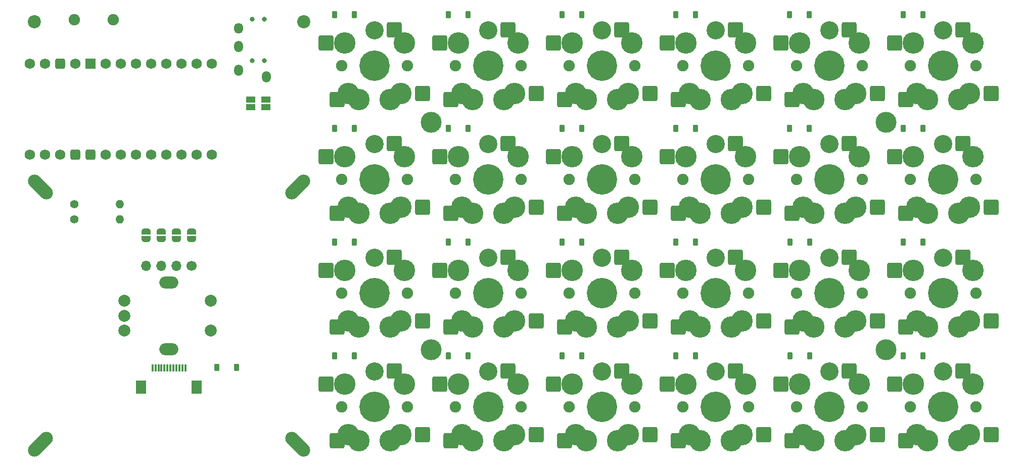
<source format=gbr>
%TF.GenerationSoftware,KiCad,Pcbnew,7.0.5*%
%TF.CreationDate,2024-08-02T10:00:01+08:00*%
%TF.ProjectId,TPS,5450532e-6b69-4636-9164-5f7063625858,rev?*%
%TF.SameCoordinates,Original*%
%TF.FileFunction,Soldermask,Top*%
%TF.FilePolarity,Negative*%
%FSLAX46Y46*%
G04 Gerber Fmt 4.6, Leading zero omitted, Abs format (unit mm)*
G04 Created by KiCad (PCBNEW 7.0.5) date 2024-08-02 10:00:01*
%MOMM*%
%LPD*%
G01*
G04 APERTURE LIST*
G04 Aperture macros list*
%AMRoundRect*
0 Rectangle with rounded corners*
0 $1 Rounding radius*
0 $2 $3 $4 $5 $6 $7 $8 $9 X,Y pos of 4 corners*
0 Add a 4 corners polygon primitive as box body*
4,1,4,$2,$3,$4,$5,$6,$7,$8,$9,$2,$3,0*
0 Add four circle primitives for the rounded corners*
1,1,$1+$1,$2,$3*
1,1,$1+$1,$4,$5*
1,1,$1+$1,$6,$7*
1,1,$1+$1,$8,$9*
0 Add four rect primitives between the rounded corners*
20,1,$1+$1,$2,$3,$4,$5,0*
20,1,$1+$1,$4,$5,$6,$7,0*
20,1,$1+$1,$6,$7,$8,$9,0*
20,1,$1+$1,$8,$9,$2,$3,0*%
%AMHorizOval*
0 Thick line with rounded ends*
0 $1 width*
0 $2 $3 position (X,Y) of the first rounded end (center of the circle)*
0 $4 $5 position (X,Y) of the second rounded end (center of the circle)*
0 Add line between two ends*
20,1,$1,$2,$3,$4,$5,0*
0 Add two circle primitives to create the rounded ends*
1,1,$1,$2,$3*
1,1,$1,$4,$5*%
%AMOutline4P*
0 Free polygon, 4 corners , with rotation*
0 The origin of the aperture is its center*
0 number of corners: always 4*
0 $1 to $8 corner X, Y*
0 $9 Rotation angle, in degrees counterclockwise*
0 create outline with 4 corners*
4,1,4,$1,$2,$3,$4,$5,$6,$7,$8,$1,$2,$9*%
%AMFreePoly0*
4,1,19,0.500000,-0.750000,0.000000,-0.750000,0.000000,-0.744911,-0.071157,-0.744911,-0.207708,-0.704816,-0.327430,-0.627875,-0.420627,-0.520320,-0.479746,-0.390866,-0.500000,-0.250000,-0.500000,0.250000,-0.479746,0.390866,-0.420627,0.520320,-0.327430,0.627875,-0.207708,0.704816,-0.071157,0.744911,0.000000,0.744911,0.000000,0.750000,0.500000,0.750000,0.500000,-0.750000,0.500000,-0.750000,
$1*%
%AMFreePoly1*
4,1,19,0.000000,0.744911,0.071157,0.744911,0.207708,0.704816,0.327430,0.627875,0.420627,0.520320,0.479746,0.390866,0.500000,0.250000,0.500000,-0.250000,0.479746,-0.390866,0.420627,-0.520320,0.327430,-0.627875,0.207708,-0.704816,0.071157,-0.744911,0.000000,-0.744911,0.000000,-0.750000,-0.500000,-0.750000,-0.500000,0.750000,0.000000,0.750000,0.000000,0.744911,0.000000,0.744911,
$1*%
G04 Aperture macros list end*
%ADD10C,1.900000*%
%ADD11C,3.050000*%
%ADD12C,5.100000*%
%ADD13C,3.600000*%
%ADD14RoundRect,0.250000X-1.000000X-1.000000X1.000000X-1.000000X1.000000X1.000000X-1.000000X1.000000X0*%
%ADD15C,3.500000*%
%ADD16RoundRect,0.225000X0.225000X0.375000X-0.225000X0.375000X-0.225000X-0.375000X0.225000X-0.375000X0*%
%ADD17HorizOval,2.200000X0.989949X0.989949X-0.989949X-0.989949X0*%
%ADD18C,2.200000*%
%ADD19C,0.800000*%
%ADD20O,1.500000X1.900000*%
%ADD21O,1.500000X1.800000*%
%ADD22FreePoly0,90.000000*%
%ADD23FreePoly1,90.000000*%
%ADD24O,3.200000X2.000000*%
%ADD25C,2.000000*%
%ADD26C,1.400000*%
%ADD27O,1.400000X1.400000*%
%ADD28HorizOval,2.200000X-0.989949X-0.989949X0.989949X0.989949X0*%
%ADD29R,1.500000X1.000000*%
%ADD30HorizOval,2.200000X-0.989949X0.989949X0.989949X-0.989949X0*%
%ADD31C,1.700000*%
%ADD32O,1.700000X1.700000*%
%ADD33R,1.800000X2.200000*%
%ADD34R,0.300000X1.300000*%
%ADD35C,1.752600*%
%ADD36RoundRect,0.438150X0.438150X0.438150X-0.438150X0.438150X-0.438150X-0.438150X0.438150X-0.438150X0*%
%ADD37Outline4P,-0.876300X-0.876300X0.876300X-0.876300X0.876300X0.876300X-0.876300X0.876300X180.000000*%
G04 APERTURE END LIST*
D10*
%TO.C,SW16*%
X149300000Y-95675000D03*
D11*
X154800000Y-89775000D03*
D12*
X154800000Y-95675000D03*
D10*
X160300000Y-95675000D03*
D13*
X157400000Y-101425000D03*
D14*
X158100000Y-89675000D03*
D13*
X159200000Y-100375000D03*
X159800000Y-91875000D03*
D14*
X162840000Y-100375000D03*
X146700000Y-91875000D03*
X148525000Y-101425000D03*
D13*
X149800000Y-91875000D03*
X150400000Y-100375000D03*
X152200000Y-101425000D03*
%TD*%
D10*
%TO.C,SW3*%
X92150000Y-76625000D03*
D11*
X97650000Y-70725000D03*
D12*
X97650000Y-76625000D03*
D10*
X103150000Y-76625000D03*
D13*
X100250000Y-82375000D03*
D14*
X100950000Y-70625000D03*
D13*
X102050000Y-81325000D03*
X102650000Y-72825000D03*
D14*
X105690000Y-81325000D03*
X89550000Y-72825000D03*
X91375000Y-82375000D03*
D13*
X92650000Y-72825000D03*
X93250000Y-81325000D03*
X95050000Y-82375000D03*
%TD*%
D10*
%TO.C,SW4*%
X92150000Y-95675000D03*
D11*
X97650000Y-89775000D03*
D12*
X97650000Y-95675000D03*
D10*
X103150000Y-95675000D03*
D13*
X100250000Y-101425000D03*
D14*
X100950000Y-89675000D03*
D13*
X102050000Y-100375000D03*
X102650000Y-91875000D03*
D14*
X105690000Y-100375000D03*
X89550000Y-91875000D03*
X91375000Y-101425000D03*
D13*
X92650000Y-91875000D03*
X93250000Y-100375000D03*
X95050000Y-101425000D03*
%TD*%
D10*
%TO.C,SW1*%
X92150000Y-38525000D03*
D11*
X97650000Y-32625000D03*
D12*
X97650000Y-38525000D03*
D10*
X103150000Y-38525000D03*
D13*
X100250000Y-44275000D03*
D14*
X100950000Y-32525000D03*
D13*
X102050000Y-43225000D03*
X102650000Y-34725000D03*
D14*
X105690000Y-43225000D03*
X89550000Y-34725000D03*
X91375000Y-44275000D03*
D13*
X92650000Y-34725000D03*
X93250000Y-43225000D03*
X95050000Y-44275000D03*
%TD*%
D10*
%TO.C,SW7*%
X111200000Y-76625000D03*
D11*
X116700000Y-70725000D03*
D12*
X116700000Y-76625000D03*
D10*
X122200000Y-76625000D03*
D13*
X119300000Y-82375000D03*
D14*
X120000000Y-70625000D03*
D13*
X121100000Y-81325000D03*
X121700000Y-72825000D03*
D14*
X124740000Y-81325000D03*
X108600000Y-72825000D03*
X110425000Y-82375000D03*
D13*
X111700000Y-72825000D03*
X112300000Y-81325000D03*
X114100000Y-82375000D03*
%TD*%
D10*
%TO.C,SW9*%
X130250000Y-38525000D03*
D11*
X135750000Y-32625000D03*
D12*
X135750000Y-38525000D03*
D10*
X141250000Y-38525000D03*
D13*
X138350000Y-44275000D03*
D14*
X139050000Y-32525000D03*
D13*
X140150000Y-43225000D03*
X140750000Y-34725000D03*
D14*
X143790000Y-43225000D03*
X127650000Y-34725000D03*
X129475000Y-44275000D03*
D13*
X130750000Y-34725000D03*
X131350000Y-43225000D03*
X133150000Y-44275000D03*
%TD*%
D10*
%TO.C,SW17*%
X168350000Y-38525000D03*
D11*
X173850000Y-32625000D03*
D12*
X173850000Y-38525000D03*
D10*
X179350000Y-38525000D03*
D13*
X176450000Y-44275000D03*
D14*
X177150000Y-32525000D03*
D13*
X178250000Y-43225000D03*
X178850000Y-34725000D03*
D14*
X181890000Y-43225000D03*
X165750000Y-34725000D03*
X167575000Y-44275000D03*
D13*
X168850000Y-34725000D03*
X169450000Y-43225000D03*
X171250000Y-44275000D03*
%TD*%
D10*
%TO.C,SW22*%
X187400000Y-57575000D03*
D11*
X192900000Y-51675000D03*
D12*
X192900000Y-57575000D03*
D10*
X198400000Y-57575000D03*
D13*
X195500000Y-63325000D03*
D14*
X196200000Y-51575000D03*
D13*
X197300000Y-62275000D03*
X197900000Y-53775000D03*
D14*
X200940000Y-62275000D03*
X184800000Y-53775000D03*
X186625000Y-63325000D03*
D13*
X187900000Y-53775000D03*
X188500000Y-62275000D03*
X190300000Y-63325000D03*
%TD*%
D10*
%TO.C,SW21*%
X187400000Y-38525000D03*
D11*
X192900000Y-32625000D03*
D12*
X192900000Y-38525000D03*
D10*
X198400000Y-38525000D03*
D13*
X195500000Y-44275000D03*
D14*
X196200000Y-32525000D03*
D13*
X197300000Y-43225000D03*
X197900000Y-34725000D03*
D14*
X200940000Y-43225000D03*
X184800000Y-34725000D03*
X186625000Y-44275000D03*
D13*
X187900000Y-34725000D03*
X188500000Y-43225000D03*
X190300000Y-44275000D03*
%TD*%
D10*
%TO.C,SW23*%
X187400000Y-76625000D03*
D11*
X192900000Y-70725000D03*
D12*
X192900000Y-76625000D03*
D10*
X198400000Y-76625000D03*
D13*
X195500000Y-82375000D03*
D14*
X196200000Y-70625000D03*
D13*
X197300000Y-81325000D03*
X197900000Y-72825000D03*
D14*
X200940000Y-81325000D03*
X184800000Y-72825000D03*
X186625000Y-82375000D03*
D13*
X187900000Y-72825000D03*
X188500000Y-81325000D03*
X190300000Y-82375000D03*
%TD*%
D10*
%TO.C,SW18*%
X168350000Y-57575000D03*
D11*
X173850000Y-51675000D03*
D12*
X173850000Y-57575000D03*
D10*
X179350000Y-57575000D03*
D13*
X176450000Y-63325000D03*
D14*
X177150000Y-51575000D03*
D13*
X178250000Y-62275000D03*
X178850000Y-53775000D03*
D14*
X181890000Y-62275000D03*
X165750000Y-53775000D03*
X167575000Y-63325000D03*
D13*
X168850000Y-53775000D03*
X169450000Y-62275000D03*
X171250000Y-63325000D03*
%TD*%
D10*
%TO.C,SW13*%
X149300000Y-38525000D03*
D11*
X154800000Y-32625000D03*
D12*
X154800000Y-38525000D03*
D10*
X160300000Y-38525000D03*
D13*
X157400000Y-44275000D03*
D14*
X158100000Y-32525000D03*
D13*
X159200000Y-43225000D03*
X159800000Y-34725000D03*
D14*
X162840000Y-43225000D03*
X146700000Y-34725000D03*
X148525000Y-44275000D03*
D13*
X149800000Y-34725000D03*
X150400000Y-43225000D03*
X152200000Y-44275000D03*
%TD*%
D10*
%TO.C,SW12*%
X130250000Y-95675000D03*
D11*
X135750000Y-89775000D03*
D12*
X135750000Y-95675000D03*
D10*
X141250000Y-95675000D03*
D13*
X138350000Y-101425000D03*
D14*
X139050000Y-89675000D03*
D13*
X140150000Y-100375000D03*
X140750000Y-91875000D03*
D14*
X143790000Y-100375000D03*
X127650000Y-91875000D03*
X129475000Y-101425000D03*
D13*
X130750000Y-91875000D03*
X131350000Y-100375000D03*
X133150000Y-101425000D03*
%TD*%
D10*
%TO.C,SW14*%
X149300000Y-57575000D03*
D11*
X154800000Y-51675000D03*
D12*
X154800000Y-57575000D03*
D10*
X160300000Y-57575000D03*
D13*
X157400000Y-63325000D03*
D14*
X158100000Y-51575000D03*
D13*
X159200000Y-62275000D03*
X159800000Y-53775000D03*
D14*
X162840000Y-62275000D03*
X146700000Y-53775000D03*
X148525000Y-63325000D03*
D13*
X149800000Y-53775000D03*
X150400000Y-62275000D03*
X152200000Y-63325000D03*
%TD*%
D10*
%TO.C,SW5*%
X111200000Y-38525000D03*
D11*
X116700000Y-32625000D03*
D12*
X116700000Y-38525000D03*
D10*
X122200000Y-38525000D03*
D13*
X119300000Y-44275000D03*
D14*
X120000000Y-32525000D03*
D13*
X121100000Y-43225000D03*
X121700000Y-34725000D03*
D14*
X124740000Y-43225000D03*
X108600000Y-34725000D03*
X110425000Y-44275000D03*
D13*
X111700000Y-34725000D03*
X112300000Y-43225000D03*
X114100000Y-44275000D03*
%TD*%
D10*
%TO.C,SW11*%
X130250000Y-76625000D03*
D11*
X135750000Y-70725000D03*
D12*
X135750000Y-76625000D03*
D10*
X141250000Y-76625000D03*
D13*
X138350000Y-82375000D03*
D14*
X139050000Y-70625000D03*
D13*
X140150000Y-81325000D03*
X140750000Y-72825000D03*
D14*
X143790000Y-81325000D03*
X127650000Y-72825000D03*
X129475000Y-82375000D03*
D13*
X130750000Y-72825000D03*
X131350000Y-81325000D03*
X133150000Y-82375000D03*
%TD*%
D10*
%TO.C,SW20*%
X168350000Y-95675000D03*
D11*
X173850000Y-89775000D03*
D12*
X173850000Y-95675000D03*
D10*
X179350000Y-95675000D03*
D13*
X176450000Y-101425000D03*
D14*
X177150000Y-89675000D03*
D13*
X178250000Y-100375000D03*
X178850000Y-91875000D03*
D14*
X181890000Y-100375000D03*
X165750000Y-91875000D03*
X167575000Y-101425000D03*
D13*
X168850000Y-91875000D03*
X169450000Y-100375000D03*
X171250000Y-101425000D03*
%TD*%
D10*
%TO.C,SW15*%
X149300000Y-76625000D03*
D11*
X154800000Y-70725000D03*
D12*
X154800000Y-76625000D03*
D10*
X160300000Y-76625000D03*
D13*
X157400000Y-82375000D03*
D14*
X158100000Y-70625000D03*
D13*
X159200000Y-81325000D03*
X159800000Y-72825000D03*
D14*
X162840000Y-81325000D03*
X146700000Y-72825000D03*
X148525000Y-82375000D03*
D13*
X149800000Y-72825000D03*
X150400000Y-81325000D03*
X152200000Y-82375000D03*
%TD*%
D10*
%TO.C,SW10*%
X130250000Y-57575000D03*
D11*
X135750000Y-51675000D03*
D12*
X135750000Y-57575000D03*
D10*
X141250000Y-57575000D03*
D13*
X138350000Y-63325000D03*
D14*
X139050000Y-51575000D03*
D13*
X140150000Y-62275000D03*
X140750000Y-53775000D03*
D14*
X143790000Y-62275000D03*
X127650000Y-53775000D03*
X129475000Y-63325000D03*
D13*
X130750000Y-53775000D03*
X131350000Y-62275000D03*
X133150000Y-63325000D03*
%TD*%
D10*
%TO.C,SW6*%
X111200000Y-57575000D03*
D11*
X116700000Y-51675000D03*
D12*
X116700000Y-57575000D03*
D10*
X122200000Y-57575000D03*
D13*
X119300000Y-63325000D03*
D14*
X120000000Y-51575000D03*
D13*
X121100000Y-62275000D03*
X121700000Y-53775000D03*
D14*
X124740000Y-62275000D03*
X108600000Y-53775000D03*
X110425000Y-63325000D03*
D13*
X111700000Y-53775000D03*
X112300000Y-62275000D03*
X114100000Y-63325000D03*
%TD*%
D10*
%TO.C,SW2*%
X92150000Y-57575000D03*
D11*
X97650000Y-51675000D03*
D12*
X97650000Y-57575000D03*
D10*
X103150000Y-57575000D03*
D13*
X100250000Y-63325000D03*
D14*
X100950000Y-51575000D03*
D13*
X102050000Y-62275000D03*
X102650000Y-53775000D03*
D14*
X105690000Y-62275000D03*
X89550000Y-53775000D03*
X91375000Y-63325000D03*
D13*
X92650000Y-53775000D03*
X93250000Y-62275000D03*
X95050000Y-63325000D03*
%TD*%
D10*
%TO.C,SW24*%
X187400000Y-95675000D03*
D11*
X192900000Y-89775000D03*
D12*
X192900000Y-95675000D03*
D10*
X198400000Y-95675000D03*
D13*
X195500000Y-101425000D03*
D14*
X196200000Y-89675000D03*
D13*
X197300000Y-100375000D03*
X197900000Y-91875000D03*
D14*
X200940000Y-100375000D03*
X184800000Y-91875000D03*
X186625000Y-101425000D03*
D13*
X187900000Y-91875000D03*
X188500000Y-100375000D03*
X190300000Y-101425000D03*
%TD*%
D10*
%TO.C,SW8*%
X111200000Y-95675000D03*
D11*
X116700000Y-89775000D03*
D12*
X116700000Y-95675000D03*
D10*
X122200000Y-95675000D03*
D13*
X119300000Y-101425000D03*
D14*
X120000000Y-89675000D03*
D13*
X121100000Y-100375000D03*
X121700000Y-91875000D03*
D14*
X124740000Y-100375000D03*
X108600000Y-91875000D03*
X110425000Y-101425000D03*
D13*
X111700000Y-91875000D03*
X112300000Y-100375000D03*
X114100000Y-101425000D03*
%TD*%
D10*
%TO.C,SW19*%
X168350000Y-76625000D03*
D11*
X173850000Y-70725000D03*
D12*
X173850000Y-76625000D03*
D10*
X179350000Y-76625000D03*
D13*
X176450000Y-82375000D03*
D14*
X177150000Y-70625000D03*
D13*
X178250000Y-81325000D03*
X178850000Y-72825000D03*
D14*
X181890000Y-81325000D03*
X165750000Y-72825000D03*
X167575000Y-82375000D03*
D13*
X168850000Y-72825000D03*
X169450000Y-81325000D03*
X171250000Y-82375000D03*
%TD*%
D15*
%TO.C,H4*%
X183375000Y-86150000D03*
%TD*%
D16*
%TO.C,D13*%
X151400000Y-30000000D03*
X148100000Y-30000000D03*
%TD*%
D17*
%TO.C,H10*%
X84775000Y-58886000D03*
%TD*%
D16*
%TO.C,D20*%
X170580000Y-87150000D03*
X167280000Y-87150000D03*
%TD*%
D18*
%TO.C,H7*%
X85775000Y-31200000D03*
%TD*%
D16*
%TO.C,D1*%
X94250000Y-30000000D03*
X90950000Y-30000000D03*
%TD*%
D15*
%TO.C,H1*%
X107175000Y-48050000D03*
%TD*%
D16*
%TO.C,D18*%
X170450000Y-49050000D03*
X167150000Y-49050000D03*
%TD*%
%TO.C,D22*%
X189500000Y-49050000D03*
X186200000Y-49050000D03*
%TD*%
%TO.C,D6*%
X113300000Y-49050000D03*
X110000000Y-49050000D03*
%TD*%
D19*
%TO.C,T1*%
X77214000Y-30750000D03*
X77214000Y-37750000D03*
X79214000Y-30750000D03*
X79214000Y-37750000D03*
D20*
X74914000Y-39350000D03*
D21*
X74914000Y-32302000D03*
D20*
X74914000Y-35350000D03*
X79514000Y-40450000D03*
%TD*%
D15*
%TO.C,H2*%
X107175000Y-86150000D03*
%TD*%
D16*
%TO.C,D2*%
X94250000Y-49050000D03*
X90950000Y-49050000D03*
%TD*%
%TO.C,D7*%
X113300000Y-68100000D03*
X110000000Y-68100000D03*
%TD*%
D18*
%TO.C,H6*%
X40661000Y-31200000D03*
%TD*%
D16*
%TO.C,D19*%
X170580000Y-68100000D03*
X167280000Y-68100000D03*
%TD*%
D15*
%TO.C,H3*%
X183375000Y-48050000D03*
%TD*%
D22*
%TO.C,JP5*%
X67027500Y-67643000D03*
D23*
X67027500Y-66343000D03*
%TD*%
D16*
%TO.C,D12*%
X132350000Y-87150000D03*
X129050000Y-87150000D03*
%TD*%
%TO.C,D25*%
X74571000Y-89075000D03*
X71271000Y-89075000D03*
%TD*%
%TO.C,D4*%
X94250000Y-87150000D03*
X90950000Y-87150000D03*
%TD*%
%TO.C,D14*%
X151400000Y-49050000D03*
X148100000Y-49050000D03*
%TD*%
%TO.C,D11*%
X132350000Y-68100000D03*
X129050000Y-68100000D03*
%TD*%
%TO.C,D10*%
X132350000Y-49050000D03*
X129050000Y-49050000D03*
%TD*%
D24*
%TO.C,SW25*%
X63218000Y-74843000D03*
X63218000Y-86043000D03*
D25*
X55718000Y-77943000D03*
X55718000Y-82943000D03*
X55718000Y-80443000D03*
X70218000Y-77943000D03*
X70218000Y-82943000D03*
%TD*%
D26*
%TO.C,R1*%
X47351000Y-64293000D03*
D27*
X54971000Y-64293000D03*
%TD*%
D28*
%TO.C,H9*%
X41661000Y-102000000D03*
%TD*%
D16*
%TO.C,D16*%
X151400000Y-87150000D03*
X148100000Y-87150000D03*
%TD*%
%TO.C,D17*%
X170450000Y-30000000D03*
X167150000Y-30000000D03*
%TD*%
D22*
%TO.C,JP7*%
X61947500Y-67643000D03*
D23*
X61947500Y-66343000D03*
%TD*%
D29*
%TO.C,JP1*%
X76944000Y-45500000D03*
X76944000Y-44200000D03*
%TD*%
%TO.C,JP2*%
X79484000Y-45500000D03*
X79484000Y-44200000D03*
%TD*%
D10*
%TO.C,RST1*%
X53851000Y-30823000D03*
X47351000Y-30823000D03*
%TD*%
D16*
%TO.C,D3*%
X94250000Y-68100000D03*
X90950000Y-68100000D03*
%TD*%
%TO.C,D15*%
X151400000Y-68100000D03*
X148100000Y-68100000D03*
%TD*%
D30*
%TO.C,H8*%
X41661000Y-58886000D03*
%TD*%
D16*
%TO.C,D8*%
X113300000Y-87150000D03*
X110000000Y-87150000D03*
%TD*%
%TO.C,D9*%
X132350000Y-30000000D03*
X129050000Y-30000000D03*
%TD*%
%TO.C,D24*%
X189500000Y-87150000D03*
X186200000Y-87150000D03*
%TD*%
D31*
%TO.C,J1*%
X67027500Y-72073000D03*
D32*
X64487500Y-72073000D03*
X61947500Y-72073000D03*
X59407500Y-72073000D03*
%TD*%
D33*
%TO.C,J2*%
X58571000Y-92443000D03*
X67871000Y-92443000D03*
D34*
X60471000Y-89193000D03*
X60971000Y-89193000D03*
X61471000Y-89193000D03*
X61971000Y-89193000D03*
X62471000Y-89193000D03*
X62971000Y-89193000D03*
X63471000Y-89193000D03*
X63971000Y-89193000D03*
X64471000Y-89193000D03*
X64971000Y-89193000D03*
X65471000Y-89193000D03*
X65971000Y-89193000D03*
%TD*%
D30*
%TO.C,H11*%
X84775000Y-102000000D03*
%TD*%
D26*
%TO.C,R2*%
X47351000Y-61753000D03*
D27*
X54971000Y-61753000D03*
%TD*%
D16*
%TO.C,D21*%
X189500000Y-30000000D03*
X186200000Y-30000000D03*
%TD*%
%TO.C,D5*%
X113300000Y-30000000D03*
X110000000Y-30000000D03*
%TD*%
%TO.C,D23*%
X189500000Y-68100000D03*
X186200000Y-68100000D03*
%TD*%
D22*
%TO.C,JP6*%
X64487500Y-67643000D03*
D23*
X64487500Y-66343000D03*
%TD*%
D22*
%TO.C,JP8*%
X59407500Y-67643000D03*
D23*
X59407500Y-66343000D03*
%TD*%
D35*
%TO.C,U1*%
X39881000Y-53461000D03*
X42421000Y-53461000D03*
X44961000Y-53461000D03*
D36*
X47501000Y-53461000D03*
X50041000Y-53461000D03*
D35*
X52581000Y-53461000D03*
X55121000Y-53461000D03*
X57661000Y-53461000D03*
X60201000Y-53461000D03*
X62741000Y-53461000D03*
X65281000Y-53461000D03*
X67821000Y-53461000D03*
X70361000Y-53461000D03*
X70361000Y-38221000D03*
X67821000Y-38221000D03*
X65281000Y-38221000D03*
X62741000Y-38221000D03*
X60201000Y-38221000D03*
X57661000Y-38221000D03*
X55121000Y-38221000D03*
X52581000Y-38221000D03*
D37*
X50041000Y-38221000D03*
D35*
X47501000Y-38221000D03*
D36*
X44961000Y-38221000D03*
D35*
X42421000Y-38221000D03*
X39881000Y-38221000D03*
%TD*%
M02*

</source>
